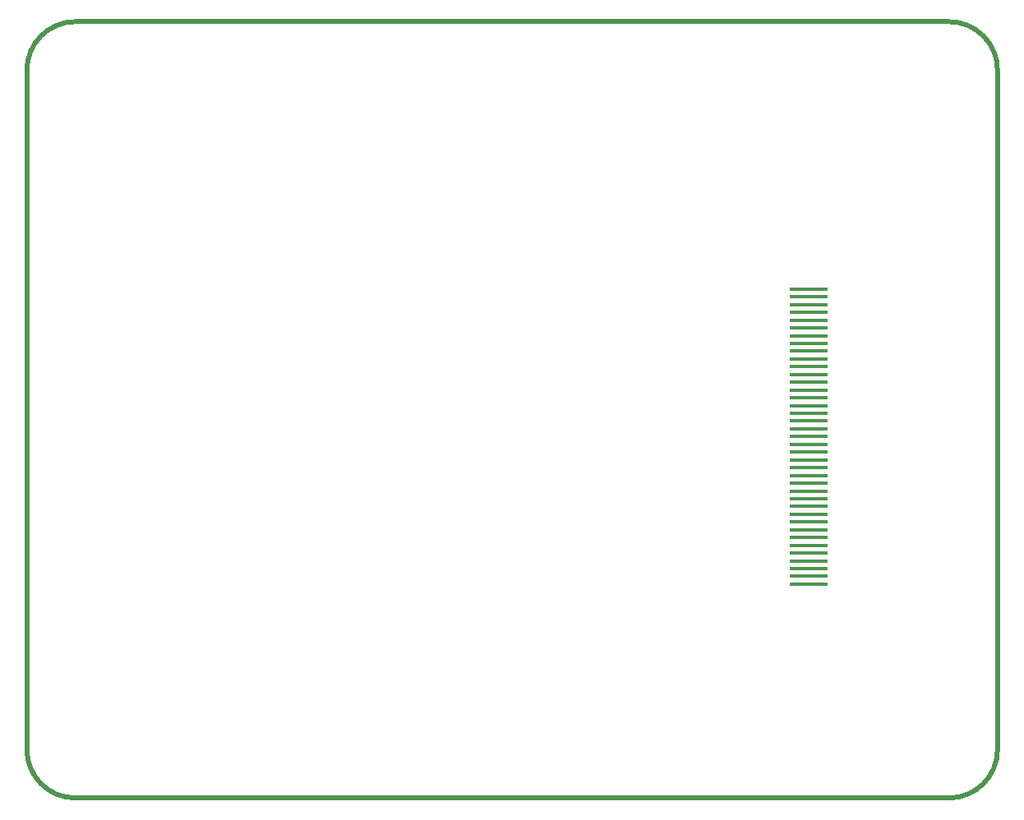
<source format=gbr>
G04 #@! TF.GenerationSoftware,KiCad,Pcbnew,(5.1.8)-1*
G04 #@! TF.CreationDate,2021-02-11T17:25:07-06:00*
G04 #@! TF.ProjectId,CANDash 2,43414e44-6173-4682-9032-2e6b69636164,2A*
G04 #@! TF.SameCoordinates,Original*
G04 #@! TF.FileFunction,Paste,Bot*
G04 #@! TF.FilePolarity,Positive*
%FSLAX46Y46*%
G04 Gerber Fmt 4.6, Leading zero omitted, Abs format (unit mm)*
G04 Created by KiCad (PCBNEW (5.1.8)-1) date 2021-02-11 17:25:07*
%MOMM*%
%LPD*%
G01*
G04 APERTURE LIST*
G04 #@! TA.AperFunction,Profile*
%ADD10C,0.508000*%
G04 #@! TD*
%ADD11R,4.000000X0.400000*%
G04 APERTURE END LIST*
D10*
X105000000Y-65000000D02*
X195000000Y-65000000D01*
X200000000Y-70000000D02*
X200000000Y-140000000D01*
X200000000Y-70000000D02*
G75*
G03*
X195000000Y-65000000I-5000000J0D01*
G01*
X100000000Y-70000000D02*
X100000000Y-140000000D01*
X105000000Y-65000000D02*
G75*
G03*
X100000000Y-70000000I0J-5000000D01*
G01*
X195000000Y-145000000D02*
X105000000Y-145000000D01*
X195000000Y-145000000D02*
G75*
G03*
X200000000Y-140000000I0J5000000D01*
G01*
X100000000Y-140000000D02*
G75*
G03*
X105000000Y-145000000I5000000J0D01*
G01*
D11*
X180510000Y-122960000D03*
X180510000Y-122160000D03*
X180510000Y-121360000D03*
X180510000Y-120560000D03*
X180510000Y-119760000D03*
X180510000Y-118960000D03*
X180510000Y-118160000D03*
X180510000Y-117360000D03*
X180510000Y-116560000D03*
X180510000Y-115760000D03*
X180510000Y-114960000D03*
X180510000Y-114160000D03*
X180510000Y-113360000D03*
X180510000Y-112560000D03*
X180510000Y-111760000D03*
X180510000Y-110960000D03*
X180510000Y-110160000D03*
X180510000Y-109360000D03*
X180510000Y-108560000D03*
X180510000Y-107760000D03*
X180510000Y-106960000D03*
X180510000Y-106160000D03*
X180510000Y-105360000D03*
X180510000Y-104560000D03*
X180510000Y-103760000D03*
X180510000Y-102960000D03*
X180510000Y-102160000D03*
X180510000Y-101360000D03*
X180510000Y-100560000D03*
X180510000Y-99760000D03*
X180510000Y-98960000D03*
X180510000Y-98160000D03*
X180510000Y-97360000D03*
X180510000Y-96560000D03*
X180510000Y-95760000D03*
X180510000Y-94960000D03*
X180510000Y-94160000D03*
X180510000Y-93360000D03*
X180510000Y-92560000D03*
M02*

</source>
